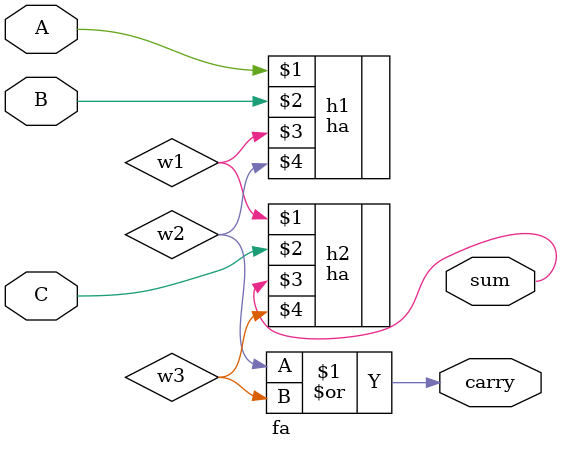
<source format=v>
module fa(A,B,C,sum,carry);
input A,B,C;
output sum,carry;
wire w1,w2,w3;
ha h1(A,B,w1,w2);
ha h2(w1,C,sum,w3);
assign carry=w2|w3; 
endmodule

</source>
